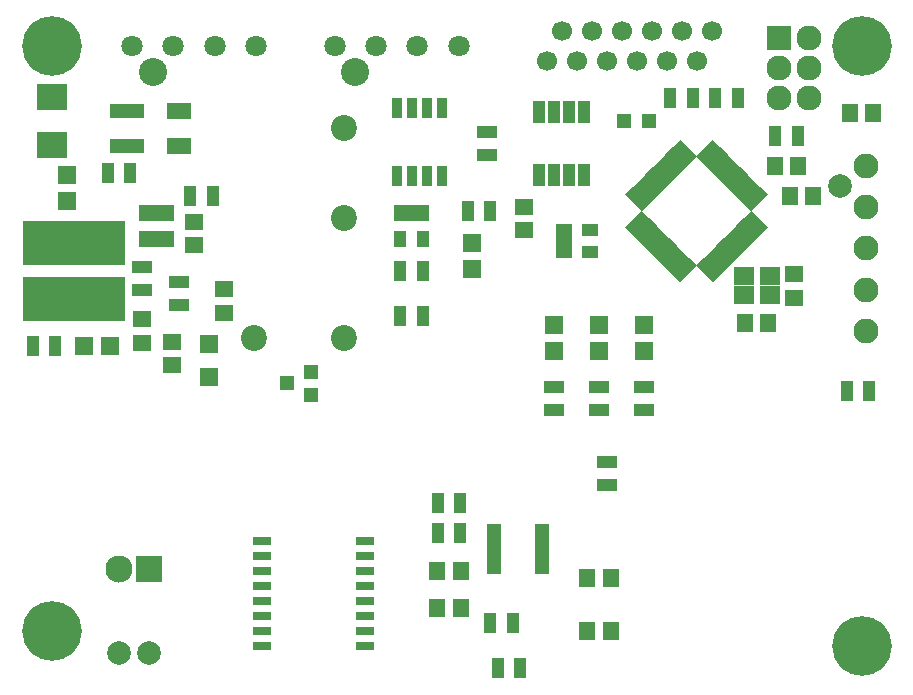
<source format=gts>
G04 #@! TF.FileFunction,Soldermask,Top*
%FSLAX46Y46*%
G04 Gerber Fmt 4.6, Leading zero omitted, Abs format (unit mm)*
G04 Created by KiCad (PCBNEW 4.0.7-e2-6376~58~ubuntu14.04.1) date Thu Feb  8 20:55:41 2018*
%MOMM*%
%LPD*%
G01*
G04 APERTURE LIST*
%ADD10C,0.100000*%
%ADD11R,1.600000X0.700000*%
%ADD12R,1.289000X0.705000*%
%ADD13R,2.000000X1.400000*%
%ADD14R,1.400000X1.650000*%
%ADD15R,1.650000X1.400000*%
%ADD16R,1.600000X1.600000*%
%ADD17R,2.559000X2.178000*%
%ADD18R,2.900000X1.300000*%
%ADD19C,5.048200*%
%ADD20C,1.797000*%
%ADD21C,2.381000*%
%ADD22R,2.300000X2.300000*%
%ADD23C,2.300000*%
%ADD24C,2.000000*%
%ADD25C,2.200000*%
%ADD26R,8.600000X3.700000*%
%ADD27R,2.127200X2.127200*%
%ADD28O,2.127200X2.127200*%
%ADD29R,1.300000X1.200000*%
%ADD30R,1.100000X1.700000*%
%ADD31R,1.700000X1.100000*%
%ADD32R,1.200000X1.300000*%
%ADD33C,1.700000*%
%ADD34R,1.000000X1.950000*%
%ADD35R,1.050000X1.460000*%
%ADD36R,1.460000X1.050000*%
%ADD37R,0.890000X1.670000*%
%ADD38R,1.800000X1.600000*%
%ADD39C,2.124000*%
G04 APERTURE END LIST*
D10*
D11*
X154850000Y-116840000D03*
X146050000Y-107950000D03*
X146050000Y-109220000D03*
X146050000Y-110490000D03*
X146050000Y-111760000D03*
X146050000Y-113030000D03*
X146050000Y-114300000D03*
X146050000Y-115570000D03*
X146050000Y-116840000D03*
X154850000Y-115570000D03*
X154850000Y-114300000D03*
X154850000Y-113030000D03*
X154850000Y-111760000D03*
X154850000Y-110490000D03*
X154850000Y-109220000D03*
X154850000Y-107950000D03*
D12*
X169820000Y-110395000D03*
X169820000Y-109895000D03*
X169820000Y-109395000D03*
X169820000Y-108895000D03*
X169820000Y-108395000D03*
X169820000Y-107895000D03*
X169820000Y-107395000D03*
X169820000Y-106895000D03*
X165720001Y-106895000D03*
X165720001Y-107395000D03*
X165720001Y-107895000D03*
X165720001Y-108395000D03*
X165720001Y-108895000D03*
X165720001Y-109395000D03*
X165720001Y-109895000D03*
X165720001Y-110395000D03*
D13*
X139065000Y-74525000D03*
X139065000Y-71525000D03*
D14*
X192770000Y-78740000D03*
X190770000Y-78740000D03*
X189500000Y-76200000D03*
X191500000Y-76200000D03*
D15*
X168275000Y-79645000D03*
X168275000Y-81645000D03*
X140335000Y-82915000D03*
X140335000Y-80915000D03*
X135890000Y-89170000D03*
X135890000Y-91170000D03*
X191135000Y-85360000D03*
X191135000Y-87360000D03*
D14*
X186960000Y-89535000D03*
X188960000Y-89535000D03*
X197850000Y-71755000D03*
X195850000Y-71755000D03*
X173625000Y-111125000D03*
X175625000Y-111125000D03*
X173625000Y-115570000D03*
X175625000Y-115570000D03*
X160925000Y-110490000D03*
X162925000Y-110490000D03*
X160925000Y-113665000D03*
X162925000Y-113665000D03*
D16*
X129540000Y-79205000D03*
X129540000Y-77005000D03*
X130980000Y-91440000D03*
X133180000Y-91440000D03*
X141605000Y-91310000D03*
X141605000Y-94110000D03*
D17*
X128270000Y-70358000D03*
X128270000Y-74422000D03*
D16*
X170815000Y-89705000D03*
X170815000Y-91905000D03*
X174625000Y-89705000D03*
X174625000Y-91905000D03*
X178435000Y-89705000D03*
X178435000Y-91905000D03*
X163830000Y-82720000D03*
X163830000Y-84920000D03*
D18*
X134620000Y-71575000D03*
X134620000Y-74475000D03*
D10*
G36*
X177523666Y-82078288D02*
X176851914Y-81406536D01*
X178266128Y-79992322D01*
X178937880Y-80664074D01*
X177523666Y-82078288D01*
X177523666Y-82078288D01*
G37*
G36*
X178089352Y-82643973D02*
X177417600Y-81972221D01*
X178831814Y-80558007D01*
X179503566Y-81229759D01*
X178089352Y-82643973D01*
X178089352Y-82643973D01*
G37*
G36*
X178655037Y-83209659D02*
X177983285Y-82537907D01*
X179397499Y-81123693D01*
X180069251Y-81795445D01*
X178655037Y-83209659D01*
X178655037Y-83209659D01*
G37*
G36*
X179220722Y-83775344D02*
X178548970Y-83103592D01*
X179963184Y-81689378D01*
X180634936Y-82361130D01*
X179220722Y-83775344D01*
X179220722Y-83775344D01*
G37*
G36*
X179786408Y-84341030D02*
X179114656Y-83669278D01*
X180528870Y-82255064D01*
X181200622Y-82926816D01*
X179786408Y-84341030D01*
X179786408Y-84341030D01*
G37*
G36*
X180352093Y-84906715D02*
X179680341Y-84234963D01*
X181094555Y-82820749D01*
X181766307Y-83492501D01*
X180352093Y-84906715D01*
X180352093Y-84906715D01*
G37*
G36*
X180917779Y-85472400D02*
X180246027Y-84800648D01*
X181660241Y-83386434D01*
X182331993Y-84058186D01*
X180917779Y-85472400D01*
X180917779Y-85472400D01*
G37*
G36*
X181483464Y-86038086D02*
X180811712Y-85366334D01*
X182225926Y-83952120D01*
X182897678Y-84623872D01*
X181483464Y-86038086D01*
X181483464Y-86038086D01*
G37*
G36*
X184948288Y-85366334D02*
X184276536Y-86038086D01*
X182862322Y-84623872D01*
X183534074Y-83952120D01*
X184948288Y-85366334D01*
X184948288Y-85366334D01*
G37*
G36*
X185513973Y-84800648D02*
X184842221Y-85472400D01*
X183428007Y-84058186D01*
X184099759Y-83386434D01*
X185513973Y-84800648D01*
X185513973Y-84800648D01*
G37*
G36*
X186079659Y-84234963D02*
X185407907Y-84906715D01*
X183993693Y-83492501D01*
X184665445Y-82820749D01*
X186079659Y-84234963D01*
X186079659Y-84234963D01*
G37*
G36*
X186645344Y-83669278D02*
X185973592Y-84341030D01*
X184559378Y-82926816D01*
X185231130Y-82255064D01*
X186645344Y-83669278D01*
X186645344Y-83669278D01*
G37*
G36*
X187211030Y-83103592D02*
X186539278Y-83775344D01*
X185125064Y-82361130D01*
X185796816Y-81689378D01*
X187211030Y-83103592D01*
X187211030Y-83103592D01*
G37*
G36*
X187776715Y-82537907D02*
X187104963Y-83209659D01*
X185690749Y-81795445D01*
X186362501Y-81123693D01*
X187776715Y-82537907D01*
X187776715Y-82537907D01*
G37*
G36*
X188342400Y-81972221D02*
X187670648Y-82643973D01*
X186256434Y-81229759D01*
X186928186Y-80558007D01*
X188342400Y-81972221D01*
X188342400Y-81972221D01*
G37*
G36*
X188908086Y-81406536D02*
X188236334Y-82078288D01*
X186822120Y-80664074D01*
X187493872Y-79992322D01*
X188908086Y-81406536D01*
X188908086Y-81406536D01*
G37*
G36*
X187493872Y-80027678D02*
X186822120Y-79355926D01*
X188236334Y-77941712D01*
X188908086Y-78613464D01*
X187493872Y-80027678D01*
X187493872Y-80027678D01*
G37*
G36*
X186928186Y-79461993D02*
X186256434Y-78790241D01*
X187670648Y-77376027D01*
X188342400Y-78047779D01*
X186928186Y-79461993D01*
X186928186Y-79461993D01*
G37*
G36*
X186362501Y-78896307D02*
X185690749Y-78224555D01*
X187104963Y-76810341D01*
X187776715Y-77482093D01*
X186362501Y-78896307D01*
X186362501Y-78896307D01*
G37*
G36*
X185796816Y-78330622D02*
X185125064Y-77658870D01*
X186539278Y-76244656D01*
X187211030Y-76916408D01*
X185796816Y-78330622D01*
X185796816Y-78330622D01*
G37*
G36*
X185231130Y-77764936D02*
X184559378Y-77093184D01*
X185973592Y-75678970D01*
X186645344Y-76350722D01*
X185231130Y-77764936D01*
X185231130Y-77764936D01*
G37*
G36*
X184665445Y-77199251D02*
X183993693Y-76527499D01*
X185407907Y-75113285D01*
X186079659Y-75785037D01*
X184665445Y-77199251D01*
X184665445Y-77199251D01*
G37*
G36*
X184099759Y-76633566D02*
X183428007Y-75961814D01*
X184842221Y-74547600D01*
X185513973Y-75219352D01*
X184099759Y-76633566D01*
X184099759Y-76633566D01*
G37*
G36*
X183534074Y-76067880D02*
X182862322Y-75396128D01*
X184276536Y-73981914D01*
X184948288Y-74653666D01*
X183534074Y-76067880D01*
X183534074Y-76067880D01*
G37*
G36*
X182897678Y-75396128D02*
X182225926Y-76067880D01*
X180811712Y-74653666D01*
X181483464Y-73981914D01*
X182897678Y-75396128D01*
X182897678Y-75396128D01*
G37*
G36*
X182331993Y-75961814D02*
X181660241Y-76633566D01*
X180246027Y-75219352D01*
X180917779Y-74547600D01*
X182331993Y-75961814D01*
X182331993Y-75961814D01*
G37*
G36*
X181766307Y-76527499D02*
X181094555Y-77199251D01*
X179680341Y-75785037D01*
X180352093Y-75113285D01*
X181766307Y-76527499D01*
X181766307Y-76527499D01*
G37*
G36*
X181200622Y-77093184D02*
X180528870Y-77764936D01*
X179114656Y-76350722D01*
X179786408Y-75678970D01*
X181200622Y-77093184D01*
X181200622Y-77093184D01*
G37*
G36*
X180634936Y-77658870D02*
X179963184Y-78330622D01*
X178548970Y-76916408D01*
X179220722Y-76244656D01*
X180634936Y-77658870D01*
X180634936Y-77658870D01*
G37*
G36*
X180069251Y-78224555D02*
X179397499Y-78896307D01*
X177983285Y-77482093D01*
X178655037Y-76810341D01*
X180069251Y-78224555D01*
X180069251Y-78224555D01*
G37*
G36*
X179503566Y-78790241D02*
X178831814Y-79461993D01*
X177417600Y-78047779D01*
X178089352Y-77376027D01*
X179503566Y-78790241D01*
X179503566Y-78790241D01*
G37*
G36*
X178937880Y-79355926D02*
X178266128Y-80027678D01*
X176851914Y-78613464D01*
X177523666Y-77941712D01*
X178937880Y-79355926D01*
X178937880Y-79355926D01*
G37*
D19*
X196850000Y-116840000D03*
X128270000Y-66040000D03*
X128270000Y-115570000D03*
X196850000Y-66040000D03*
D20*
X155730000Y-66040000D03*
X152230000Y-66040000D03*
D21*
X153980000Y-68270000D03*
D20*
X159230000Y-66040000D03*
X162730000Y-66040000D03*
D22*
X136485000Y-110295000D03*
D23*
X133985000Y-110295000D03*
D24*
X136485000Y-117475000D03*
X133985000Y-117475000D03*
D25*
X153035000Y-90805000D03*
X153035000Y-80645000D03*
X153035000Y-73025000D03*
X145415000Y-90805000D03*
D26*
X130175000Y-82740000D03*
X130175000Y-87440000D03*
D27*
X189865000Y-65405000D03*
D28*
X192405000Y-65405000D03*
X189865000Y-67945000D03*
X192405000Y-67945000D03*
X189865000Y-70485000D03*
X192405000Y-70485000D03*
D29*
X150275000Y-95565000D03*
X150275000Y-93665000D03*
X148175000Y-94615000D03*
D30*
X134935000Y-76835000D03*
X133035000Y-76835000D03*
X186370000Y-70485000D03*
X184470000Y-70485000D03*
X182560000Y-70485000D03*
X180660000Y-70485000D03*
X140020000Y-78740000D03*
X141920000Y-78740000D03*
X191450000Y-73660000D03*
X189550000Y-73660000D03*
D31*
X139065000Y-86045000D03*
X139065000Y-87945000D03*
X135890000Y-84775000D03*
X135890000Y-86675000D03*
D30*
X126685000Y-91440000D03*
X128585000Y-91440000D03*
D32*
X176750000Y-72390000D03*
X178850000Y-72390000D03*
D31*
X170815000Y-94935000D03*
X170815000Y-96835000D03*
X174625000Y-94935000D03*
X174625000Y-96835000D03*
X178435000Y-94935000D03*
X178435000Y-96835000D03*
X165100000Y-73345000D03*
X165100000Y-75245000D03*
D30*
X159700000Y-85090000D03*
X157800000Y-85090000D03*
X157800000Y-88900000D03*
X159700000Y-88900000D03*
X163515000Y-80010000D03*
X165415000Y-80010000D03*
D31*
X175260000Y-103185000D03*
X175260000Y-101285000D03*
D30*
X165420000Y-114935000D03*
X167320000Y-114935000D03*
X166055000Y-118745000D03*
X167955000Y-118745000D03*
X162875000Y-107315000D03*
X160975000Y-107315000D03*
X160975000Y-104775000D03*
X162875000Y-104775000D03*
D33*
X175260000Y-67310000D03*
X172720000Y-67310000D03*
X170180000Y-67310000D03*
X177800000Y-67310000D03*
X171450000Y-64770000D03*
X173990000Y-64770000D03*
X176530000Y-64770000D03*
X179070000Y-64770000D03*
X180340000Y-67310000D03*
X181610000Y-64770000D03*
X182880000Y-67310000D03*
X184150000Y-64770000D03*
D34*
X169545000Y-76995000D03*
X170815000Y-76995000D03*
X172085000Y-76995000D03*
X173355000Y-76995000D03*
X173355000Y-71595000D03*
X172085000Y-71595000D03*
X170815000Y-71595000D03*
X169545000Y-71595000D03*
D35*
X138110000Y-80180000D03*
X137160000Y-80180000D03*
X136210000Y-80180000D03*
X136210000Y-82380000D03*
X138110000Y-82380000D03*
X137160000Y-82380000D03*
D36*
X171620000Y-81600000D03*
X171620000Y-82550000D03*
X171620000Y-83500000D03*
X173820000Y-83500000D03*
X173820000Y-81600000D03*
D37*
X161325000Y-71295000D03*
X160055000Y-71295000D03*
X158785000Y-71295000D03*
X157515000Y-71295000D03*
X157515000Y-77095000D03*
X158785000Y-77095000D03*
X160055000Y-77095000D03*
X161325000Y-77095000D03*
D35*
X159700000Y-80180000D03*
X158750000Y-80180000D03*
X157800000Y-80180000D03*
X157800000Y-82380000D03*
X159700000Y-82380000D03*
D38*
X189060000Y-85560000D03*
X186860000Y-85560000D03*
X186860000Y-87160000D03*
X189060000Y-87160000D03*
D20*
X138585000Y-66040000D03*
X135085000Y-66040000D03*
D21*
X136835000Y-68270000D03*
D20*
X142085000Y-66040000D03*
X145585000Y-66040000D03*
D39*
X197240000Y-76185000D03*
X197240000Y-79685000D03*
X197240000Y-83185000D03*
X197240000Y-86685000D03*
X197240000Y-90185000D03*
D24*
X195010000Y-77935000D03*
D15*
X138430000Y-91075000D03*
X138430000Y-93075000D03*
X142875000Y-88630000D03*
X142875000Y-86630000D03*
D30*
X195585000Y-95250000D03*
X197485000Y-95250000D03*
M02*

</source>
